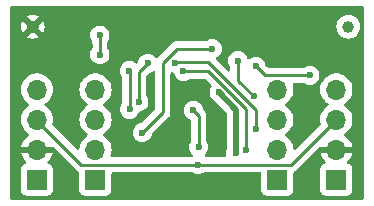
<source format=gbr>
%TF.GenerationSoftware,KiCad,Pcbnew,8.0.5-8.0.5-0~ubuntu22.04.1*%
%TF.CreationDate,2024-09-29T19:15:56+02:00*%
%TF.ProjectId,4Bit_I2C_Port_Expander_Module_FUEL4EP,34426974-5f49-4324-935f-506f72745f45,V1.2*%
%TF.SameCoordinates,Original*%
%TF.FileFunction,Copper,L2,Bot*%
%TF.FilePolarity,Positive*%
%FSLAX46Y46*%
G04 Gerber Fmt 4.6, Leading zero omitted, Abs format (unit mm)*
G04 Created by KiCad (PCBNEW 8.0.5-8.0.5-0~ubuntu22.04.1) date 2024-09-29 19:15:56*
%MOMM*%
%LPD*%
G01*
G04 APERTURE LIST*
%TA.AperFunction,ComponentPad*%
%ADD10C,1.000000*%
%TD*%
%TA.AperFunction,ComponentPad*%
%ADD11R,1.700000X1.700000*%
%TD*%
%TA.AperFunction,ComponentPad*%
%ADD12O,1.700000X1.700000*%
%TD*%
%TA.AperFunction,ViaPad*%
%ADD13C,0.600000*%
%TD*%
%TA.AperFunction,Conductor*%
%ADD14C,0.500000*%
%TD*%
%TA.AperFunction,Conductor*%
%ADD15C,0.250000*%
%TD*%
G04 APERTURE END LIST*
D10*
%TO.P,J5,1,Pin_1*%
%TO.N,GND*%
X2184400Y14935200D03*
%TD*%
%TO.P,J6,1,Pin_1*%
%TO.N,VCC*%
X28905200Y14935200D03*
%TD*%
D11*
%TO.P,J3,1,Pin_1*%
%TO.N,/IO0*%
X7500000Y2000000D03*
D12*
%TO.P,J3,2,Pin_2*%
%TO.N,/IO1*%
X7500000Y4540000D03*
%TO.P,J3,3,Pin_3*%
%TO.N,/IO2*%
X7500000Y7080000D03*
%TO.P,J3,4,Pin_4*%
%TO.N,/IO3*%
X7500000Y9620000D03*
%TD*%
D11*
%TO.P,J1,1,Pin_1*%
%TO.N,VCC*%
X2540000Y2000000D03*
D12*
%TO.P,J1,2,Pin_2*%
%TO.N,GND*%
X2540000Y4540000D03*
%TO.P,J1,3,Pin_3*%
%TO.N,/SCL*%
X2540000Y7080000D03*
%TO.P,J1,4,Pin_4*%
%TO.N,/SDA*%
X2540000Y9620000D03*
%TD*%
D11*
%TO.P,J2,1,Pin_1*%
%TO.N,VCC*%
X27900000Y2000000D03*
D12*
%TO.P,J2,2,Pin_2*%
%TO.N,GND*%
X27900000Y4540000D03*
%TO.P,J2,3,Pin_3*%
%TO.N,/SCL*%
X27900000Y7080000D03*
%TO.P,J2,4,Pin_4*%
%TO.N,/SDA*%
X27900000Y9620000D03*
%TD*%
D11*
%TO.P,J4,1,Pin_1*%
%TO.N,/OC0*%
X22900000Y2000000D03*
D12*
%TO.P,J4,2,Pin_2*%
%TO.N,/OC1*%
X22900000Y4540000D03*
%TO.P,J4,3,Pin_3*%
%TO.N,/OC2*%
X22900000Y7080000D03*
%TO.P,J4,4,Pin_4*%
%TO.N,/OC3*%
X22900000Y9620000D03*
%TD*%
D13*
%TO.N,VCC*%
X17973066Y9372066D03*
X19364732Y4226000D03*
%TO.N,GND*%
X23876000Y14732000D03*
X10414000Y4480000D03*
X16637000Y15240000D03*
X1879600Y13614400D03*
X28575000Y12700000D03*
X9271000Y15113000D03*
X13843000Y14351000D03*
X7061200Y13309600D03*
X14400000Y10200000D03*
X10669572Y1996001D03*
%TO.N,/SCL*%
X16201000Y3265000D03*
%TO.N,/SDA*%
X25654000Y10830000D03*
X21082000Y11592000D03*
%TO.N,/IO0*%
X10385759Y7955000D03*
X10374011Y11211900D03*
%TO.N,/IO1*%
X11176000Y8579500D03*
X11938000Y11846000D03*
%TO.N,/IO2*%
X17399000Y13081000D03*
X11469000Y5965000D03*
%TO.N,/IO3*%
X16248980Y4728468D03*
X15801386Y7850481D03*
%TO.N,/OC0*%
X7874000Y12573000D03*
X7874000Y14224000D03*
X14956029Y11162797D03*
X20267164Y4513154D03*
%TO.N,/OC1*%
X14267283Y11860106D03*
X21127933Y6297868D03*
%TO.N,/OC2*%
X20886001Y9052000D03*
X19558000Y12065000D03*
%TD*%
D14*
%TO.N,VCC*%
X19431000Y4292268D02*
X19364732Y4226000D01*
X17973066Y9372066D02*
X19431000Y7914132D01*
X19431000Y7914132D02*
X19431000Y4292268D01*
D15*
%TO.N,/SCL*%
X24085000Y3265000D02*
X27900000Y7080000D01*
X2500000Y7080000D02*
X6315000Y3265000D01*
X16201000Y3265000D02*
X24085000Y3265000D01*
X6315000Y3265000D02*
X16201000Y3265000D01*
%TO.N,/SDA*%
X21844000Y10830000D02*
X21082000Y11592000D01*
X25654000Y10830000D02*
X21844000Y10830000D01*
%TO.N,/IO0*%
X10414000Y7983241D02*
X10414000Y11171911D01*
X10385759Y7955000D02*
X10414000Y7983241D01*
X10414000Y11171911D02*
X10374011Y11211900D01*
%TO.N,/IO1*%
X11938000Y11846000D02*
X11176000Y11084000D01*
X11176000Y11084000D02*
X11176000Y8579500D01*
%TO.N,/IO2*%
X13218500Y7714500D02*
X13218500Y11901677D01*
X11469000Y5965000D02*
X13218500Y7714500D01*
X13218500Y11901677D02*
X14397823Y13081000D01*
X14397823Y13081000D02*
X17399000Y13081000D01*
%TO.N,/IO3*%
X15801386Y7850481D02*
X16248980Y7402887D01*
X16248980Y7402887D02*
X16248980Y4728468D01*
%TO.N,/OC0*%
X20267164Y7961146D02*
X20267164Y4513154D01*
X17065513Y11162797D02*
X20267164Y7961146D01*
X7874000Y12573000D02*
X7874000Y14224000D01*
X14956029Y11162797D02*
X17065513Y11162797D01*
%TO.N,/OC1*%
X21127933Y6297868D02*
X21127933Y7863757D01*
X17018690Y11973000D02*
X14380177Y11973000D01*
X21127933Y7863757D02*
X17018690Y11973000D01*
X14380177Y11973000D02*
X14267283Y11860106D01*
%TO.N,/OC2*%
X20886001Y9052000D02*
X19558000Y10380001D01*
X19558000Y10380001D02*
X19558000Y12065000D01*
%TD*%
%TA.AperFunction,Conductor*%
%TO.N,GND*%
G36*
X30142121Y16679998D02*
G01*
X30188614Y16626342D01*
X30200000Y16574000D01*
X30200000Y426000D01*
X30179998Y357879D01*
X30126342Y311386D01*
X30074000Y300000D01*
X426000Y300000D01*
X357879Y320002D01*
X311386Y373658D01*
X300000Y426000D01*
X300000Y9620000D01*
X1176844Y9620000D01*
X1181875Y9559281D01*
X1195437Y9395624D01*
X1250702Y9177387D01*
X1250703Y9177386D01*
X1341141Y8971206D01*
X1464275Y8782734D01*
X1464279Y8782729D01*
X1616762Y8617091D01*
X1768322Y8499127D01*
X1794424Y8478811D01*
X1817191Y8466490D01*
X1827680Y8460814D01*
X1878071Y8410800D01*
X1893423Y8341484D01*
X1868862Y8274871D01*
X1827680Y8239186D01*
X1794424Y8221189D01*
X1685039Y8136050D01*
X1616762Y8082908D01*
X1464279Y7917270D01*
X1464275Y7917265D01*
X1341141Y7728793D01*
X1341140Y7728791D01*
X1253818Y7529714D01*
X1250703Y7522613D01*
X1250702Y7522612D01*
X1195437Y7304375D01*
X1195436Y7304370D01*
X1195436Y7304368D01*
X1183621Y7161784D01*
X1176844Y7080000D01*
X1195437Y6855624D01*
X1250702Y6637387D01*
X1250703Y6637386D01*
X1341141Y6431206D01*
X1464275Y6242734D01*
X1464279Y6242729D01*
X1616762Y6077091D01*
X1794424Y5938811D01*
X1794430Y5938807D01*
X1828207Y5920528D01*
X1878597Y5870515D01*
X1893949Y5801198D01*
X1869388Y5734585D01*
X1828207Y5698902D01*
X1794704Y5680771D01*
X1794698Y5680767D01*
X1617097Y5542534D01*
X1464674Y5376958D01*
X1341580Y5188548D01*
X1251179Y4982456D01*
X1251176Y4982449D01*
X1203455Y4794000D01*
X2109297Y4794000D01*
X2074075Y4732993D01*
X2040000Y4605826D01*
X2040000Y4474174D01*
X2074075Y4347007D01*
X2109297Y4286000D01*
X1203456Y4286000D01*
X1203455Y4285999D01*
X1251176Y4097550D01*
X1251179Y4097543D01*
X1341580Y3891451D01*
X1464674Y3703041D01*
X1607981Y3547367D01*
X1639401Y3483701D01*
X1631414Y3413156D01*
X1586554Y3358127D01*
X1559312Y3343975D01*
X1443796Y3300889D01*
X1443792Y3300887D01*
X1326738Y3213261D01*
X1239112Y3096207D01*
X1239110Y3096202D01*
X1188011Y2959204D01*
X1188009Y2959196D01*
X1181500Y2898649D01*
X1181500Y1101350D01*
X1188009Y1040803D01*
X1188011Y1040795D01*
X1239110Y903797D01*
X1239112Y903792D01*
X1326738Y786738D01*
X1443792Y699112D01*
X1443797Y699110D01*
X1580795Y648011D01*
X1580803Y648009D01*
X1641350Y641500D01*
X1641362Y641500D01*
X3438649Y641500D01*
X3499196Y648009D01*
X3499204Y648011D01*
X3636202Y699110D01*
X3636207Y699112D01*
X3753261Y786738D01*
X3840887Y903792D01*
X3840889Y903797D01*
X3891988Y1040795D01*
X3891990Y1040803D01*
X3898499Y1101350D01*
X3898500Y1101367D01*
X3898500Y2898632D01*
X3898499Y2898649D01*
X3891990Y2959196D01*
X3891988Y2959204D01*
X3884960Y2978045D01*
X3840889Y3096204D01*
X3753261Y3213261D01*
X3636204Y3300889D01*
X3520684Y3343976D01*
X3463852Y3386521D01*
X3439041Y3453042D01*
X3454133Y3522416D01*
X3472018Y3547367D01*
X3615325Y3703041D01*
X3738419Y3891451D01*
X3828820Y4097543D01*
X3828823Y4097550D01*
X3876544Y4285999D01*
X3876544Y4286000D01*
X2970703Y4286000D01*
X3005925Y4347007D01*
X3040000Y4474174D01*
X3040000Y4605826D01*
X3005925Y4732993D01*
X2970703Y4794000D01*
X3837904Y4794000D01*
X3906025Y4773998D01*
X3926999Y4757095D01*
X5911164Y2772930D01*
X5911171Y2772925D01*
X6014923Y2703600D01*
X6014924Y2703599D01*
X6014925Y2703599D01*
X6063718Y2683388D01*
X6118999Y2638841D01*
X6141420Y2571478D01*
X6141500Y2566980D01*
X6141500Y1101350D01*
X6148009Y1040803D01*
X6148011Y1040795D01*
X6199110Y903797D01*
X6199112Y903792D01*
X6286738Y786738D01*
X6403792Y699112D01*
X6403797Y699110D01*
X6540795Y648011D01*
X6540803Y648009D01*
X6601350Y641500D01*
X6601362Y641500D01*
X8398649Y641500D01*
X8459196Y648009D01*
X8459204Y648011D01*
X8596202Y699110D01*
X8596207Y699112D01*
X8713261Y786738D01*
X8800887Y903792D01*
X8800889Y903797D01*
X8851988Y1040795D01*
X8851990Y1040803D01*
X8858499Y1101350D01*
X8858500Y1101367D01*
X8858500Y2505500D01*
X8878502Y2573621D01*
X8932158Y2620114D01*
X8984500Y2631500D01*
X15653263Y2631500D01*
X15720299Y2612187D01*
X15847982Y2531958D01*
X15847984Y2531957D01*
X16019949Y2471784D01*
X16019950Y2471783D01*
X16019953Y2471783D01*
X16201000Y2451384D01*
X16382047Y2471783D01*
X16554015Y2531957D01*
X16609754Y2566980D01*
X16681701Y2612187D01*
X16748737Y2631500D01*
X21415500Y2631500D01*
X21483621Y2611498D01*
X21530114Y2557842D01*
X21541500Y2505500D01*
X21541500Y1101350D01*
X21548009Y1040803D01*
X21548011Y1040795D01*
X21599110Y903797D01*
X21599112Y903792D01*
X21686738Y786738D01*
X21803792Y699112D01*
X21803797Y699110D01*
X21940795Y648011D01*
X21940803Y648009D01*
X22001350Y641500D01*
X22001362Y641500D01*
X23798649Y641500D01*
X23859196Y648009D01*
X23859204Y648011D01*
X23996202Y699110D01*
X23996207Y699112D01*
X24113261Y786738D01*
X24200887Y903792D01*
X24200889Y903797D01*
X24251988Y1040795D01*
X24251990Y1040803D01*
X24258499Y1101350D01*
X24258500Y1101367D01*
X24258500Y2566980D01*
X24278502Y2635101D01*
X24332158Y2681594D01*
X24336268Y2683383D01*
X24385075Y2703600D01*
X24488833Y2772929D01*
X25418945Y3703041D01*
X26473000Y4757095D01*
X26535312Y4791121D01*
X26562095Y4794000D01*
X27469297Y4794000D01*
X27434075Y4732993D01*
X27400000Y4605826D01*
X27400000Y4474174D01*
X27434075Y4347007D01*
X27469297Y4286000D01*
X26563456Y4286000D01*
X26563455Y4285999D01*
X26611176Y4097550D01*
X26611179Y4097543D01*
X26701580Y3891451D01*
X26824674Y3703041D01*
X26967981Y3547367D01*
X26999401Y3483701D01*
X26991414Y3413156D01*
X26946554Y3358127D01*
X26919312Y3343975D01*
X26803796Y3300889D01*
X26803792Y3300887D01*
X26686738Y3213261D01*
X26599112Y3096207D01*
X26599110Y3096202D01*
X26548011Y2959204D01*
X26548009Y2959196D01*
X26541500Y2898649D01*
X26541500Y1101350D01*
X26548009Y1040803D01*
X26548011Y1040795D01*
X26599110Y903797D01*
X26599112Y903792D01*
X26686738Y786738D01*
X26803792Y699112D01*
X26803797Y699110D01*
X26940795Y648011D01*
X26940803Y648009D01*
X27001350Y641500D01*
X27001362Y641500D01*
X28798649Y641500D01*
X28859196Y648009D01*
X28859204Y648011D01*
X28996202Y699110D01*
X28996207Y699112D01*
X29113261Y786738D01*
X29200887Y903792D01*
X29200889Y903797D01*
X29251988Y1040795D01*
X29251990Y1040803D01*
X29258499Y1101350D01*
X29258500Y1101367D01*
X29258500Y2898632D01*
X29258499Y2898649D01*
X29251990Y2959196D01*
X29251988Y2959204D01*
X29244960Y2978045D01*
X29200889Y3096204D01*
X29113261Y3213261D01*
X28996204Y3300889D01*
X28880684Y3343976D01*
X28823852Y3386521D01*
X28799041Y3453042D01*
X28814133Y3522416D01*
X28832018Y3547367D01*
X28975325Y3703041D01*
X29098419Y3891451D01*
X29188820Y4097543D01*
X29188823Y4097550D01*
X29236544Y4285999D01*
X29236544Y4286000D01*
X28330703Y4286000D01*
X28365925Y4347007D01*
X28400000Y4474174D01*
X28400000Y4605826D01*
X28365925Y4732993D01*
X28330703Y4794000D01*
X29236544Y4794000D01*
X29188823Y4982449D01*
X29188820Y4982456D01*
X29098419Y5188548D01*
X28975325Y5376958D01*
X28822902Y5542534D01*
X28645301Y5680767D01*
X28611793Y5698901D01*
X28561403Y5748914D01*
X28546050Y5818230D01*
X28570610Y5884844D01*
X28611792Y5920528D01*
X28645576Y5938811D01*
X28772928Y6037934D01*
X28823237Y6077091D01*
X28975720Y6242729D01*
X28975724Y6242734D01*
X29098858Y6431206D01*
X29098860Y6431209D01*
X29189296Y6637384D01*
X29194120Y6656431D01*
X29244562Y6855624D01*
X29244564Y6855632D01*
X29263156Y7080000D01*
X29244564Y7304368D01*
X29189296Y7522616D01*
X29098860Y7728791D01*
X28975722Y7917268D01*
X28823240Y8082906D01*
X28645576Y8221189D01*
X28612319Y8239186D01*
X28561929Y8289198D01*
X28546576Y8358515D01*
X28571136Y8425128D01*
X28612320Y8460814D01*
X28645569Y8478807D01*
X28645570Y8478808D01*
X28645576Y8478811D01*
X28774940Y8579500D01*
X28823237Y8617091D01*
X28975720Y8782729D01*
X28975724Y8782734D01*
X29098858Y8971206D01*
X29098860Y8971209D01*
X29189296Y9177384D01*
X29244564Y9395632D01*
X29263156Y9620000D01*
X29244564Y9844368D01*
X29189296Y10062616D01*
X29098860Y10268791D01*
X28975722Y10457268D01*
X28823240Y10622906D01*
X28645576Y10761189D01*
X28447574Y10868342D01*
X28234635Y10941444D01*
X28012569Y10978500D01*
X27787431Y10978500D01*
X27565365Y10941444D01*
X27464227Y10906723D01*
X27352428Y10868343D01*
X27352427Y10868342D01*
X27352426Y10868342D01*
X27154424Y10761189D01*
X27074426Y10698923D01*
X26976762Y10622908D01*
X26976760Y10622906D01*
X26952539Y10596596D01*
X26824279Y10457270D01*
X26824275Y10457265D01*
X26736372Y10322718D01*
X26701140Y10268791D01*
X26610706Y10062619D01*
X26610703Y10062613D01*
X26610702Y10062612D01*
X26555437Y9844375D01*
X26555437Y9844371D01*
X26555436Y9844368D01*
X26536844Y9620000D01*
X26541875Y9559281D01*
X26555437Y9395624D01*
X26610702Y9177387D01*
X26610703Y9177386D01*
X26701141Y8971206D01*
X26824275Y8782734D01*
X26824279Y8782729D01*
X26976762Y8617091D01*
X27128322Y8499127D01*
X27154424Y8478811D01*
X27177191Y8466490D01*
X27187680Y8460814D01*
X27238071Y8410800D01*
X27253423Y8341484D01*
X27228862Y8274871D01*
X27187680Y8239186D01*
X27154424Y8221189D01*
X27045039Y8136050D01*
X26976762Y8082908D01*
X26824279Y7917270D01*
X26824275Y7917265D01*
X26701141Y7728793D01*
X26701140Y7728791D01*
X26613818Y7529714D01*
X26610703Y7522613D01*
X26610702Y7522612D01*
X26555437Y7304375D01*
X26555436Y7304370D01*
X26555436Y7304368D01*
X26543621Y7161784D01*
X26536844Y7080000D01*
X26555436Y6855628D01*
X26583182Y6746062D01*
X26580514Y6675116D01*
X26550132Y6626037D01*
X24470748Y4546653D01*
X24408436Y4512627D01*
X24337621Y4517692D01*
X24280785Y4560239D01*
X24256084Y4625341D01*
X24244564Y4764368D01*
X24189296Y4982616D01*
X24098860Y5188791D01*
X23975722Y5377268D01*
X23823240Y5542906D01*
X23645576Y5681189D01*
X23612319Y5699186D01*
X23561929Y5749198D01*
X23546576Y5818515D01*
X23571136Y5885128D01*
X23612320Y5920814D01*
X23645569Y5938807D01*
X23645570Y5938808D01*
X23645576Y5938811D01*
X23772928Y6037934D01*
X23823237Y6077091D01*
X23975720Y6242729D01*
X23975724Y6242734D01*
X24098858Y6431206D01*
X24098860Y6431209D01*
X24189296Y6637384D01*
X24194120Y6656431D01*
X24244562Y6855624D01*
X24244564Y6855632D01*
X24263156Y7080000D01*
X24244564Y7304368D01*
X24189296Y7522616D01*
X24098860Y7728791D01*
X23975722Y7917268D01*
X23823240Y8082906D01*
X23645576Y8221189D01*
X23612319Y8239186D01*
X23561929Y8289198D01*
X23546576Y8358515D01*
X23571136Y8425128D01*
X23612320Y8460814D01*
X23645569Y8478807D01*
X23645570Y8478808D01*
X23645576Y8478811D01*
X23774940Y8579500D01*
X23823237Y8617091D01*
X23975720Y8782729D01*
X23975724Y8782734D01*
X24098858Y8971206D01*
X24098860Y8971209D01*
X24189296Y9177384D01*
X24244564Y9395632D01*
X24263156Y9620000D01*
X24244564Y9844368D01*
X24232395Y9892418D01*
X24195133Y10039569D01*
X24197800Y10110515D01*
X24238400Y10168757D01*
X24304044Y10195803D01*
X24317277Y10196500D01*
X25106263Y10196500D01*
X25173299Y10177187D01*
X25300982Y10096958D01*
X25300984Y10096957D01*
X25472949Y10036784D01*
X25472950Y10036783D01*
X25472953Y10036783D01*
X25654000Y10016384D01*
X25835047Y10036783D01*
X26007015Y10096957D01*
X26007018Y10096958D01*
X26161279Y10193887D01*
X26161281Y10193888D01*
X26290111Y10322718D01*
X26290112Y10322720D01*
X26387041Y10476981D01*
X26387042Y10476984D01*
X26387043Y10476985D01*
X26447217Y10648953D01*
X26467616Y10830000D01*
X26447217Y11011047D01*
X26387043Y11183015D01*
X26290111Y11337281D01*
X26161281Y11466111D01*
X26007015Y11563043D01*
X25835047Y11623217D01*
X25654000Y11643616D01*
X25472953Y11623217D01*
X25300985Y11563043D01*
X25300982Y11563041D01*
X25173299Y11482813D01*
X25106263Y11463500D01*
X22158596Y11463500D01*
X22090475Y11483502D01*
X22069501Y11500404D01*
X22049964Y11519939D01*
X21916341Y11653562D01*
X21882318Y11715872D01*
X21880230Y11728551D01*
X21875217Y11773045D01*
X21875217Y11773047D01*
X21815043Y11945015D01*
X21718111Y12099281D01*
X21589281Y12228111D01*
X21435015Y12325043D01*
X21263047Y12385217D01*
X21082000Y12405616D01*
X20900953Y12385217D01*
X20728985Y12325043D01*
X20728982Y12325041D01*
X20728981Y12325041D01*
X20574720Y12228112D01*
X20574718Y12228111D01*
X20555594Y12208987D01*
X20493282Y12174961D01*
X20422467Y12180026D01*
X20365631Y12222573D01*
X20347573Y12256459D01*
X20291043Y12418015D01*
X20194111Y12572281D01*
X20065281Y12701111D01*
X19911015Y12798043D01*
X19739047Y12858217D01*
X19558000Y12878616D01*
X19376953Y12858217D01*
X19204985Y12798043D01*
X19204982Y12798041D01*
X19204981Y12798041D01*
X19050720Y12701112D01*
X19050718Y12701111D01*
X18921888Y12572281D01*
X18921887Y12572279D01*
X18824958Y12418018D01*
X18824957Y12418015D01*
X18764783Y12246047D01*
X18744384Y12065000D01*
X18764783Y11883953D01*
X18764783Y11883950D01*
X18764784Y11883949D01*
X18824957Y11711984D01*
X18824958Y11711981D01*
X18905187Y11584298D01*
X18924500Y11517262D01*
X18924500Y11267283D01*
X18904498Y11199162D01*
X18850842Y11152669D01*
X18780568Y11142565D01*
X18715988Y11172059D01*
X18709431Y11178162D01*
X17733307Y12154285D01*
X17699285Y12216594D01*
X17704349Y12287409D01*
X17746896Y12344245D01*
X17755369Y12350064D01*
X17906279Y12444887D01*
X17906281Y12444888D01*
X18035111Y12573718D01*
X18035112Y12573720D01*
X18132041Y12727981D01*
X18132042Y12727984D01*
X18132043Y12727985D01*
X18192217Y12899953D01*
X18212616Y13081000D01*
X18192217Y13262047D01*
X18132043Y13434015D01*
X18035111Y13588281D01*
X17906281Y13717111D01*
X17752015Y13814043D01*
X17580047Y13874217D01*
X17399000Y13894616D01*
X17217953Y13874217D01*
X17045985Y13814043D01*
X17045982Y13814041D01*
X16918299Y13733813D01*
X16851263Y13714500D01*
X14335429Y13714500D01*
X14213038Y13690155D01*
X14189732Y13680501D01*
X14179296Y13676179D01*
X14179288Y13676175D01*
X14179270Y13676168D01*
X14097748Y13642401D01*
X13993990Y13573072D01*
X12814667Y12393748D01*
X12762581Y12341662D01*
X12700269Y12307636D01*
X12629454Y12312701D01*
X12579647Y12348810D01*
X12579115Y12348278D01*
X12575774Y12351618D01*
X12574975Y12352198D01*
X12574112Y12353279D01*
X12574111Y12353281D01*
X12445281Y12482111D01*
X12291015Y12579043D01*
X12119047Y12639217D01*
X11938000Y12659616D01*
X11756953Y12639217D01*
X11584985Y12579043D01*
X11584982Y12579041D01*
X11584981Y12579041D01*
X11430720Y12482112D01*
X11430718Y12482111D01*
X11301888Y12353281D01*
X11301887Y12353279D01*
X11204958Y12199018D01*
X11204957Y12199015D01*
X11144784Y12027052D01*
X11144783Y12027047D01*
X11139769Y11982546D01*
X11112264Y11917094D01*
X11103663Y11907568D01*
X11070873Y11874778D01*
X11051491Y11855396D01*
X10989178Y11821371D01*
X10918362Y11826437D01*
X10883832Y11845985D01*
X10881294Y11848008D01*
X10881292Y11848011D01*
X10727026Y11944943D01*
X10555058Y12005117D01*
X10374011Y12025516D01*
X10192964Y12005117D01*
X10020996Y11944943D01*
X10020993Y11944941D01*
X10020992Y11944941D01*
X9866731Y11848012D01*
X9866729Y11848011D01*
X9737899Y11719181D01*
X9737898Y11719179D01*
X9640969Y11564918D01*
X9640968Y11564915D01*
X9580794Y11392947D01*
X9560395Y11211900D01*
X9580794Y11030853D01*
X9580794Y11030850D01*
X9580795Y11030849D01*
X9640968Y10858884D01*
X9640969Y10858881D01*
X9737898Y10704620D01*
X9737899Y10704618D01*
X9743595Y10698923D01*
X9777621Y10636611D01*
X9780500Y10609828D01*
X9780500Y8545057D01*
X9760498Y8476936D01*
X9753005Y8466490D01*
X9749643Y8462275D01*
X9652717Y8308018D01*
X9652716Y8308015D01*
X9624188Y8226485D01*
X9592542Y8136047D01*
X9572143Y7955000D01*
X9592542Y7773953D01*
X9592542Y7773950D01*
X9592543Y7773949D01*
X9652716Y7601984D01*
X9652717Y7601981D01*
X9749646Y7447720D01*
X9749647Y7447718D01*
X9878477Y7318888D01*
X9878479Y7318887D01*
X10032740Y7221958D01*
X10032743Y7221957D01*
X10204708Y7161784D01*
X10204709Y7161783D01*
X10204712Y7161783D01*
X10385759Y7141384D01*
X10566806Y7161783D01*
X10738774Y7221957D01*
X10738777Y7221958D01*
X10893038Y7318887D01*
X10893040Y7318888D01*
X11021870Y7447718D01*
X11021871Y7447720D01*
X11118799Y7601980D01*
X11118799Y7601981D01*
X11118802Y7601985D01*
X11150010Y7691174D01*
X11191386Y7748863D01*
X11254829Y7774765D01*
X11293288Y7779098D01*
X11357047Y7786283D01*
X11529015Y7846457D01*
X11529018Y7846458D01*
X11683279Y7943387D01*
X11683281Y7943388D01*
X11812111Y8072218D01*
X11812112Y8072220D01*
X11909041Y8226481D01*
X11909042Y8226484D01*
X11909043Y8226485D01*
X11969217Y8398453D01*
X11989616Y8579500D01*
X11969217Y8760547D01*
X11909043Y8932515D01*
X11854671Y9019047D01*
X11828813Y9060201D01*
X11809500Y9127237D01*
X11809500Y10769405D01*
X11829502Y10837526D01*
X11846405Y10858500D01*
X11999560Y11011655D01*
X12061872Y11045681D01*
X12074543Y11047767D01*
X12119039Y11052782D01*
X12119041Y11052782D01*
X12119047Y11052783D01*
X12119048Y11052783D01*
X12119052Y11052784D01*
X12291015Y11112957D01*
X12391965Y11176387D01*
X12460286Y11195692D01*
X12528199Y11174996D01*
X12574142Y11120869D01*
X12585000Y11069699D01*
X12585000Y8029094D01*
X12564998Y7960973D01*
X12548095Y7939999D01*
X11407438Y6799343D01*
X11345126Y6765317D01*
X11332464Y6763232D01*
X11287953Y6758217D01*
X11115985Y6698043D01*
X11115982Y6698041D01*
X11115981Y6698041D01*
X10961720Y6601112D01*
X10961718Y6601111D01*
X10832888Y6472281D01*
X10832887Y6472279D01*
X10735958Y6318018D01*
X10735957Y6318015D01*
X10675783Y6146047D01*
X10655384Y5965000D01*
X10675783Y5783953D01*
X10675783Y5783950D01*
X10675784Y5783949D01*
X10735957Y5611984D01*
X10735958Y5611981D01*
X10832887Y5457720D01*
X10832888Y5457718D01*
X10961718Y5328888D01*
X10961720Y5328887D01*
X11115981Y5231958D01*
X11115984Y5231957D01*
X11287949Y5171784D01*
X11287950Y5171783D01*
X11287953Y5171783D01*
X11469000Y5151384D01*
X11650047Y5171783D01*
X11822015Y5231957D01*
X11822018Y5231958D01*
X11976279Y5328887D01*
X11976281Y5328888D01*
X12105111Y5457718D01*
X12105112Y5457720D01*
X12202041Y5611981D01*
X12202042Y5611984D01*
X12202043Y5611985D01*
X12262217Y5783953D01*
X12267230Y5828453D01*
X12294734Y5893904D01*
X12303343Y5903438D01*
X13710569Y7310664D01*
X13710572Y7310667D01*
X13779901Y7414425D01*
X13827655Y7529716D01*
X13831245Y7547760D01*
X13831772Y7550408D01*
X13851999Y7652100D01*
X13852000Y7652107D01*
X13852000Y10971271D01*
X13872002Y11039392D01*
X13925658Y11085885D01*
X13995932Y11095989D01*
X14019616Y11090200D01*
X14082610Y11068157D01*
X14140301Y11026778D01*
X14158814Y10987848D01*
X14160475Y10988429D01*
X14222986Y10809781D01*
X14222987Y10809778D01*
X14319916Y10655517D01*
X14319917Y10655515D01*
X14448747Y10526685D01*
X14448749Y10526684D01*
X14603010Y10429755D01*
X14603013Y10429754D01*
X14774978Y10369581D01*
X14774979Y10369580D01*
X14774982Y10369580D01*
X14956029Y10349181D01*
X15137076Y10369580D01*
X15309044Y10429754D01*
X15309046Y10429755D01*
X15436730Y10509984D01*
X15503766Y10529297D01*
X16750919Y10529297D01*
X16819040Y10509295D01*
X16840009Y10492396D01*
X17089773Y10242633D01*
X17310706Y10021700D01*
X17344731Y9959388D01*
X17339666Y9888572D01*
X17328297Y9865569D01*
X17240024Y9725083D01*
X17240023Y9725081D01*
X17179849Y9553113D01*
X17159450Y9372066D01*
X17179849Y9191019D01*
X17179849Y9191016D01*
X17179850Y9191015D01*
X17240023Y9019050D01*
X17240024Y9019047D01*
X17336953Y8864786D01*
X17336954Y8864784D01*
X17465784Y8735954D01*
X17465786Y8735953D01*
X17620047Y8639024D01*
X17626426Y8635953D01*
X17625436Y8633899D01*
X17660962Y8611488D01*
X18635595Y7636856D01*
X18669620Y7574543D01*
X18672500Y7547760D01*
X18672500Y4680265D01*
X18653187Y4613228D01*
X18631688Y4579014D01*
X18571516Y4407050D01*
X18571515Y4407047D01*
X18551116Y4226000D01*
X18571515Y4044953D01*
X18571516Y4044948D01*
X18572231Y4038608D01*
X18559982Y3968676D01*
X18511869Y3916468D01*
X18447023Y3898500D01*
X16866595Y3898500D01*
X16798474Y3918502D01*
X16751981Y3972158D01*
X16741877Y4042432D01*
X16771371Y4107012D01*
X16777500Y4113595D01*
X16885091Y4221186D01*
X16885092Y4221188D01*
X16982021Y4375449D01*
X16982022Y4375452D01*
X16982023Y4375453D01*
X17042197Y4547421D01*
X17062596Y4728468D01*
X17042197Y4909515D01*
X16982023Y5081483D01*
X16925283Y5171784D01*
X16901793Y5209169D01*
X16882480Y5276205D01*
X16882480Y7465279D01*
X16882480Y7465281D01*
X16858135Y7587672D01*
X16835880Y7641401D01*
X16810381Y7702962D01*
X16741052Y7806720D01*
X16635727Y7912043D01*
X16601704Y7974353D01*
X16599616Y7987032D01*
X16594603Y8031526D01*
X16594603Y8031528D01*
X16534429Y8203496D01*
X16437497Y8357762D01*
X16308667Y8486592D01*
X16154401Y8583524D01*
X15982433Y8643698D01*
X15801386Y8664097D01*
X15620339Y8643698D01*
X15448371Y8583524D01*
X15448368Y8583522D01*
X15448367Y8583522D01*
X15294106Y8486593D01*
X15294104Y8486592D01*
X15165274Y8357762D01*
X15165273Y8357760D01*
X15068344Y8203499D01*
X15068343Y8203496D01*
X15008169Y8031528D01*
X14987770Y7850481D01*
X15008169Y7669434D01*
X15008169Y7669431D01*
X15008170Y7669430D01*
X15068343Y7497465D01*
X15068344Y7497462D01*
X15165273Y7343201D01*
X15165274Y7343199D01*
X15294104Y7214369D01*
X15294106Y7214368D01*
X15448367Y7117439D01*
X15531096Y7088491D01*
X15588787Y7047112D01*
X15614950Y6981112D01*
X15615480Y6969562D01*
X15615480Y5276205D01*
X15596167Y5209169D01*
X15515938Y5081485D01*
X15515937Y5081483D01*
X15455763Y4909515D01*
X15435364Y4728468D01*
X15455763Y4547421D01*
X15455763Y4547418D01*
X15455764Y4547417D01*
X15515937Y4375452D01*
X15515938Y4375449D01*
X15612867Y4221188D01*
X15612868Y4221186D01*
X15720460Y4113595D01*
X15754486Y4051283D01*
X15749421Y3980468D01*
X15706874Y3923632D01*
X15640354Y3898821D01*
X15631365Y3898500D01*
X8894915Y3898500D01*
X8826794Y3918502D01*
X8780301Y3972158D01*
X8770197Y4042432D01*
X8779527Y4075113D01*
X8789296Y4097384D01*
X8789337Y4097543D01*
X8844562Y4315624D01*
X8844564Y4315632D01*
X8863156Y4540000D01*
X8844564Y4764368D01*
X8789296Y4982616D01*
X8698860Y5188791D01*
X8575722Y5377268D01*
X8423240Y5542906D01*
X8245576Y5681189D01*
X8212319Y5699186D01*
X8161929Y5749198D01*
X8146576Y5818515D01*
X8171136Y5885128D01*
X8212320Y5920814D01*
X8245569Y5938807D01*
X8245570Y5938808D01*
X8245576Y5938811D01*
X8372928Y6037934D01*
X8423237Y6077091D01*
X8575720Y6242729D01*
X8575724Y6242734D01*
X8698858Y6431206D01*
X8698860Y6431209D01*
X8789296Y6637384D01*
X8794120Y6656431D01*
X8844562Y6855624D01*
X8844564Y6855632D01*
X8863156Y7080000D01*
X8844564Y7304368D01*
X8789296Y7522616D01*
X8698860Y7728791D01*
X8575722Y7917268D01*
X8423240Y8082906D01*
X8245576Y8221189D01*
X8212319Y8239186D01*
X8161929Y8289198D01*
X8146576Y8358515D01*
X8171136Y8425128D01*
X8212320Y8460814D01*
X8245569Y8478807D01*
X8245570Y8478808D01*
X8245576Y8478811D01*
X8374940Y8579500D01*
X8423237Y8617091D01*
X8575720Y8782729D01*
X8575724Y8782734D01*
X8698858Y8971206D01*
X8698860Y8971209D01*
X8789296Y9177384D01*
X8844564Y9395632D01*
X8863156Y9620000D01*
X8844564Y9844368D01*
X8789296Y10062616D01*
X8698860Y10268791D01*
X8575722Y10457268D01*
X8423240Y10622906D01*
X8245576Y10761189D01*
X8047574Y10868342D01*
X7834635Y10941444D01*
X7612569Y10978500D01*
X7387431Y10978500D01*
X7165365Y10941444D01*
X7064227Y10906723D01*
X6952428Y10868343D01*
X6952427Y10868342D01*
X6952426Y10868342D01*
X6754424Y10761189D01*
X6674426Y10698923D01*
X6576762Y10622908D01*
X6576760Y10622906D01*
X6552539Y10596596D01*
X6424279Y10457270D01*
X6424275Y10457265D01*
X6336372Y10322718D01*
X6301140Y10268791D01*
X6210706Y10062619D01*
X6210703Y10062613D01*
X6210702Y10062612D01*
X6155437Y9844375D01*
X6155437Y9844371D01*
X6155436Y9844368D01*
X6136844Y9620000D01*
X6141875Y9559281D01*
X6155437Y9395624D01*
X6210702Y9177387D01*
X6210703Y9177386D01*
X6301141Y8971206D01*
X6424275Y8782734D01*
X6424279Y8782729D01*
X6576762Y8617091D01*
X6728322Y8499127D01*
X6754424Y8478811D01*
X6777191Y8466490D01*
X6787680Y8460814D01*
X6838071Y8410800D01*
X6853423Y8341484D01*
X6828862Y8274871D01*
X6787680Y8239186D01*
X6754424Y8221189D01*
X6645039Y8136050D01*
X6576762Y8082908D01*
X6424279Y7917270D01*
X6424275Y7917265D01*
X6301141Y7728793D01*
X6301140Y7728791D01*
X6213818Y7529714D01*
X6210703Y7522613D01*
X6210702Y7522612D01*
X6155437Y7304375D01*
X6155436Y7304370D01*
X6155436Y7304368D01*
X6143621Y7161784D01*
X6136844Y7080000D01*
X6155437Y6855624D01*
X6210702Y6637387D01*
X6210703Y6637386D01*
X6301141Y6431206D01*
X6424275Y6242734D01*
X6424279Y6242729D01*
X6576762Y6077091D01*
X6734813Y5954075D01*
X6754424Y5938811D01*
X6754431Y5938807D01*
X6787680Y5920814D01*
X6838071Y5870800D01*
X6853423Y5801484D01*
X6828862Y5734871D01*
X6787680Y5699186D01*
X6754424Y5681189D01*
X6665507Y5611981D01*
X6576762Y5542908D01*
X6424279Y5377270D01*
X6424275Y5377265D01*
X6301141Y5188793D01*
X6301140Y5188791D01*
X6245039Y5060891D01*
X6210703Y4982613D01*
X6210702Y4982612D01*
X6155437Y4764375D01*
X6155436Y4764370D01*
X6155436Y4764368D01*
X6149622Y4694204D01*
X6143916Y4625341D01*
X6118356Y4559104D01*
X6061044Y4517201D01*
X5990176Y4512935D01*
X5929253Y4546649D01*
X3881781Y6594121D01*
X3847757Y6656431D01*
X3848734Y6714146D01*
X3884562Y6855622D01*
X3884563Y6855627D01*
X3884563Y6855628D01*
X3884564Y6855632D01*
X3903156Y7080000D01*
X3884564Y7304368D01*
X3829296Y7522616D01*
X3738860Y7728791D01*
X3615722Y7917268D01*
X3463240Y8082906D01*
X3285576Y8221189D01*
X3252319Y8239186D01*
X3201929Y8289198D01*
X3186576Y8358515D01*
X3211136Y8425128D01*
X3252320Y8460814D01*
X3285569Y8478807D01*
X3285570Y8478808D01*
X3285576Y8478811D01*
X3414940Y8579500D01*
X3463237Y8617091D01*
X3615720Y8782729D01*
X3615724Y8782734D01*
X3738858Y8971206D01*
X3738860Y8971209D01*
X3829296Y9177384D01*
X3884564Y9395632D01*
X3903156Y9620000D01*
X3884564Y9844368D01*
X3829296Y10062616D01*
X3738860Y10268791D01*
X3615722Y10457268D01*
X3463240Y10622906D01*
X3285576Y10761189D01*
X3087574Y10868342D01*
X2874635Y10941444D01*
X2652569Y10978500D01*
X2427431Y10978500D01*
X2205365Y10941444D01*
X2104227Y10906723D01*
X1992428Y10868343D01*
X1992427Y10868342D01*
X1992426Y10868342D01*
X1794424Y10761189D01*
X1714426Y10698923D01*
X1616762Y10622908D01*
X1616760Y10622906D01*
X1592539Y10596596D01*
X1464279Y10457270D01*
X1464275Y10457265D01*
X1376372Y10322718D01*
X1341140Y10268791D01*
X1250706Y10062619D01*
X1250703Y10062613D01*
X1250702Y10062612D01*
X1195437Y9844375D01*
X1195437Y9844371D01*
X1195436Y9844368D01*
X1176844Y9620000D01*
X300000Y9620000D01*
X300000Y14065242D01*
X1673651Y14065242D01*
X1673652Y14065241D01*
X1796785Y13999425D01*
X1796800Y13999419D01*
X1986793Y13941785D01*
X1986804Y13941783D01*
X2184397Y13922323D01*
X2184403Y13922323D01*
X2381995Y13941783D01*
X2382006Y13941785D01*
X2572008Y13999423D01*
X2695146Y14065242D01*
X2536389Y14224000D01*
X7060384Y14224000D01*
X7080783Y14042953D01*
X7080783Y14042950D01*
X7080784Y14042949D01*
X7140957Y13870984D01*
X7140958Y13870981D01*
X7221187Y13743298D01*
X7240500Y13676262D01*
X7240500Y13120737D01*
X7221187Y13053701D01*
X7140958Y12926017D01*
X7140957Y12926015D01*
X7080783Y12754047D01*
X7060384Y12573000D01*
X7080783Y12391953D01*
X7080783Y12391950D01*
X7080784Y12391949D01*
X7140957Y12219984D01*
X7140958Y12219981D01*
X7237887Y12065720D01*
X7237888Y12065718D01*
X7366718Y11936888D01*
X7366720Y11936887D01*
X7520981Y11839958D01*
X7520984Y11839957D01*
X7692949Y11779784D01*
X7692950Y11779783D01*
X7692953Y11779783D01*
X7874000Y11759384D01*
X8055047Y11779783D01*
X8227015Y11839957D01*
X8227018Y11839958D01*
X8381279Y11936887D01*
X8381281Y11936888D01*
X8510111Y12065718D01*
X8510112Y12065720D01*
X8607041Y12219981D01*
X8607042Y12219984D01*
X8607043Y12219985D01*
X8667217Y12391953D01*
X8687616Y12573000D01*
X8667217Y12754047D01*
X8607043Y12926015D01*
X8563817Y12994807D01*
X8526813Y13053701D01*
X8507500Y13120737D01*
X8507500Y13676262D01*
X8526813Y13743298D01*
X8607041Y13870981D01*
X8607042Y13870984D01*
X8607043Y13870985D01*
X8667217Y14042953D01*
X8687616Y14224000D01*
X8667217Y14405047D01*
X8607043Y14577015D01*
X8510111Y14731281D01*
X8381281Y14860111D01*
X8261773Y14935203D01*
X27891820Y14935203D01*
X27891820Y14935196D01*
X27911290Y14737505D01*
X27968959Y14547395D01*
X28062605Y14372195D01*
X28188632Y14218632D01*
X28342195Y14092605D01*
X28517395Y13998959D01*
X28707505Y13941290D01*
X28905197Y13921820D01*
X28905200Y13921820D01*
X28905203Y13921820D01*
X29102894Y13941290D01*
X29104520Y13941783D01*
X29293004Y13998959D01*
X29468204Y14092605D01*
X29621768Y14218632D01*
X29747795Y14372196D01*
X29841441Y14547396D01*
X29899108Y14737499D01*
X29899118Y14737593D01*
X29918580Y14935196D01*
X29918580Y14935203D01*
X29899109Y15132894D01*
X29899108Y15132895D01*
X29899108Y15132901D01*
X29841441Y15323004D01*
X29747795Y15498204D01*
X29621768Y15651768D01*
X29468204Y15777795D01*
X29293004Y15871441D01*
X29102901Y15929108D01*
X29102895Y15929108D01*
X29102894Y15929109D01*
X28905203Y15948580D01*
X28905197Y15948580D01*
X28707505Y15929109D01*
X28707503Y15929108D01*
X28707499Y15929108D01*
X28517396Y15871441D01*
X28342196Y15777795D01*
X28188632Y15651768D01*
X28062605Y15498204D01*
X27968959Y15323004D01*
X27911290Y15132894D01*
X27891820Y14935203D01*
X8261773Y14935203D01*
X8227015Y14957043D01*
X8055047Y15017217D01*
X7874000Y15037616D01*
X7692953Y15017217D01*
X7520985Y14957043D01*
X7520982Y14957041D01*
X7520981Y14957041D01*
X7366720Y14860112D01*
X7366718Y14860111D01*
X7237888Y14731281D01*
X7237887Y14731279D01*
X7140958Y14577018D01*
X7140957Y14577015D01*
X7080783Y14405047D01*
X7060384Y14224000D01*
X2536389Y14224000D01*
X2184400Y14575990D01*
X2184399Y14575990D01*
X1673651Y14065242D01*
X300000Y14065242D01*
X300000Y14935203D01*
X1171523Y14935203D01*
X1171523Y14935196D01*
X1190983Y14737604D01*
X1190985Y14737593D01*
X1248619Y14547600D01*
X1248625Y14547585D01*
X1314441Y14424452D01*
X1314442Y14424451D01*
X1825190Y14935199D01*
X1775461Y14984928D01*
X1934400Y14984928D01*
X1934400Y14885472D01*
X1972460Y14793586D01*
X2042786Y14723260D01*
X2134672Y14685200D01*
X2234128Y14685200D01*
X2326014Y14723260D01*
X2396340Y14793586D01*
X2434400Y14885472D01*
X2434400Y14935201D01*
X2543610Y14935201D01*
X2543610Y14935199D01*
X3054356Y14424452D01*
X3120176Y14547591D01*
X3177814Y14737593D01*
X3177816Y14737604D01*
X3197277Y14935196D01*
X3197277Y14935203D01*
X3177816Y15132795D01*
X3177814Y15132806D01*
X3120176Y15322808D01*
X3120175Y15322812D01*
X3054356Y15445947D01*
X2543610Y14935201D01*
X2434400Y14935201D01*
X2434400Y14984928D01*
X2396340Y15076814D01*
X2326014Y15147140D01*
X2234128Y15185200D01*
X2134672Y15185200D01*
X2042786Y15147140D01*
X1972460Y15076814D01*
X1934400Y14984928D01*
X1775461Y14984928D01*
X1314442Y15445946D01*
X1248623Y15322808D01*
X1190985Y15132806D01*
X1190983Y15132795D01*
X1171523Y14935203D01*
X300000Y14935203D01*
X300000Y15805156D01*
X1673652Y15805156D01*
X2184400Y15294410D01*
X2184401Y15294410D01*
X2695147Y15805156D01*
X2572012Y15870975D01*
X2572008Y15870976D01*
X2382006Y15928614D01*
X2381995Y15928616D01*
X2184403Y15948077D01*
X2184397Y15948077D01*
X1986804Y15928616D01*
X1986793Y15928614D01*
X1796791Y15870976D01*
X1673652Y15805156D01*
X300000Y15805156D01*
X300000Y16574000D01*
X320002Y16642121D01*
X373658Y16688614D01*
X426000Y16700000D01*
X30074000Y16700000D01*
X30142121Y16679998D01*
G37*
%TD.AperFunction*%
%TD*%
M02*

</source>
